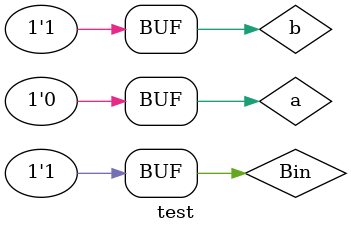
<source format=v>
`timescale 1ns / 1ps


module test;

	// Inputs
	reg a;
	reg b;
	reg Bin;

	// Outputs
	wire D;
	wire Bout;

	// Instantiate the Unit Under Test (UUT)
	full_subtractor uut (
		.a(a), 
		.b(b), 
		.Bin(Bin), 
		.D(D), 
		.Bout(Bout)
	);

	initial begin
		// Initialize Inputs
		a = 0;
		b = 0;
		Bin = 0;

		// Wait 100 ns for global reset to finish
		#100;
      a = 0;
		b = 1;
		
		#100;
      a = 1;
		b = 0;
		// Add stimulus here
		#100;
      a = 1;
		b = 1;
		
		#100;
		Bin = 1;
      a = 0;
		b = 1;
	end
      
endmodule


</source>
